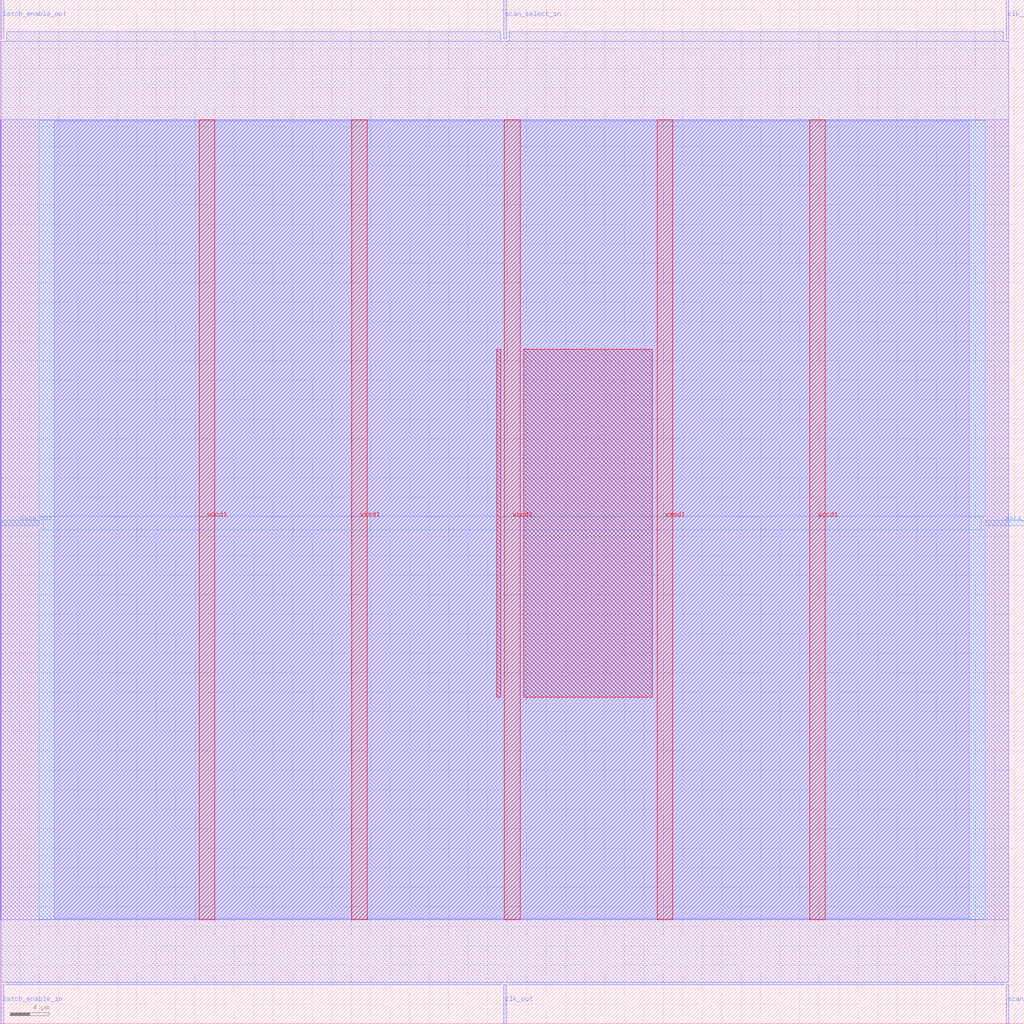
<source format=lef>
VERSION 5.7 ;
  NOWIREEXTENSIONATPIN ON ;
  DIVIDERCHAR "/" ;
  BUSBITCHARS "[]" ;
MACRO scan_wrapper_341538994733974098
  CLASS BLOCK ;
  FOREIGN scan_wrapper_341538994733974098 ;
  ORIGIN 0.000 0.000 ;
  SIZE 105.000 BY 105.000 ;
  PIN clk_in
    DIRECTION INPUT ;
    USE SIGNAL ;
    PORT
      LAYER met2 ;
        RECT 103.130 101.000 103.410 105.000 ;
    END
  END clk_in
  PIN clk_out
    DIRECTION OUTPUT TRISTATE ;
    USE SIGNAL ;
    PORT
      LAYER met2 ;
        RECT 51.610 0.000 51.890 4.000 ;
    END
  END clk_out
  PIN data_in
    DIRECTION INPUT ;
    USE SIGNAL ;
    PORT
      LAYER met3 ;
        RECT 101.000 51.040 105.000 51.640 ;
    END
  END data_in
  PIN data_out
    DIRECTION OUTPUT TRISTATE ;
    USE SIGNAL ;
    PORT
      LAYER met3 ;
        RECT 0.000 51.040 4.000 51.640 ;
    END
  END data_out
  PIN latch_enable_in
    DIRECTION INPUT ;
    USE SIGNAL ;
    PORT
      LAYER met2 ;
        RECT 0.090 0.000 0.370 4.000 ;
    END
  END latch_enable_in
  PIN latch_enable_out
    DIRECTION OUTPUT TRISTATE ;
    USE SIGNAL ;
    PORT
      LAYER met2 ;
        RECT 0.090 101.000 0.370 105.000 ;
    END
  END latch_enable_out
  PIN scan_select_in
    DIRECTION INPUT ;
    USE SIGNAL ;
    PORT
      LAYER met2 ;
        RECT 51.610 101.000 51.890 105.000 ;
    END
  END scan_select_in
  PIN scan_select_out
    DIRECTION OUTPUT TRISTATE ;
    USE SIGNAL ;
    PORT
      LAYER met2 ;
        RECT 103.130 0.000 103.410 4.000 ;
    END
  END scan_select_out
  PIN vccd1
    DIRECTION INPUT ;
    USE POWER ;
    PORT
      LAYER met4 ;
        RECT 20.380 10.640 21.980 92.720 ;
    END
    PORT
      LAYER met4 ;
        RECT 51.700 10.640 53.300 92.720 ;
    END
    PORT
      LAYER met4 ;
        RECT 83.020 10.640 84.620 92.720 ;
    END
  END vccd1
  PIN vssd1
    DIRECTION INPUT ;
    USE GROUND ;
    PORT
      LAYER met4 ;
        RECT 36.040 10.640 37.640 92.720 ;
    END
    PORT
      LAYER met4 ;
        RECT 67.360 10.640 68.960 92.720 ;
    END
  END vssd1
  OBS
      LAYER li1 ;
        RECT 5.520 10.795 99.360 92.565 ;
      LAYER met1 ;
        RECT 0.070 10.640 103.430 92.720 ;
      LAYER met2 ;
        RECT 0.650 100.720 51.330 101.730 ;
        RECT 52.170 100.720 102.850 101.730 ;
        RECT 0.100 4.280 103.400 100.720 ;
        RECT 0.650 4.000 51.330 4.280 ;
        RECT 52.170 4.000 102.850 4.280 ;
      LAYER met3 ;
        RECT 4.000 52.040 101.000 92.645 ;
        RECT 4.400 50.640 100.600 52.040 ;
        RECT 4.000 10.715 101.000 50.640 ;
      LAYER met4 ;
        RECT 50.895 33.495 51.300 69.185 ;
        RECT 53.700 33.495 66.865 69.185 ;
  END
END scan_wrapper_341538994733974098
END LIBRARY


</source>
